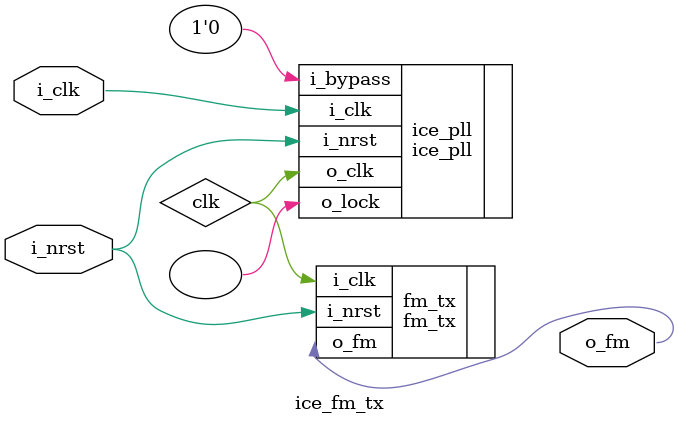
<source format=v>
`timescale 1ns/1ps
module ice_fm_tx(
	input	   wire  i_clk,
	input	   wire  i_nrst,
	output   wire  o_fm
);
   wire clk;
   
   ice_pll ice_pll(
	   .i_clk	   (i_clk   ),
	   .i_nrst	   (i_nrst  ),
	   .i_bypass   (1'b0    ),
      .o_clk      (clk     ),
      .o_lock     (        )	
	);

   fm_tx fm_tx(
      .i_clk      (clk     ),
      .i_nrst     (i_nrst  ),
      .o_fm       (o_fm    )
   );

endmodule

</source>
